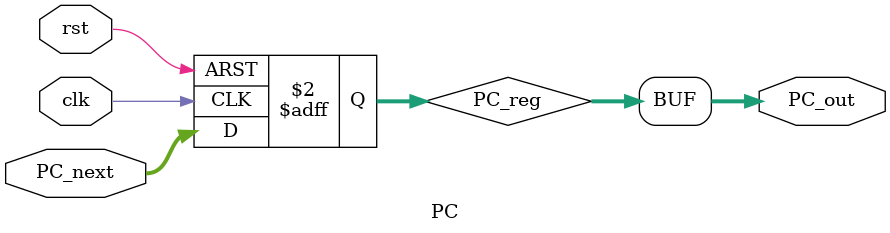
<source format=sv>
`timescale 1ns / 1ps

module PC (
    input logic clk, rst,
    input logic [31:0] PC_next,
    output logic [31:0] PC_out
);

    logic [31:0] PC_reg;

    always_ff @(posedge clk or posedge rst) begin
        if (rst) 
            PC_reg <= 0;
        else 
            PC_reg <= PC_next;
    end

    assign PC_out = PC_reg;


endmodule

</source>
